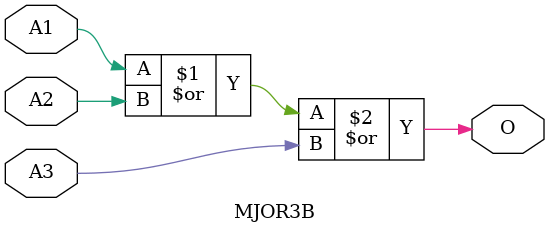
<source format=v>
module MJOR3B(A1, A2, A3, O);
input   A1;
input   A2;
input   A3;
output  O;
or g0(O, A1, A2, A3);
endmodule
</source>
